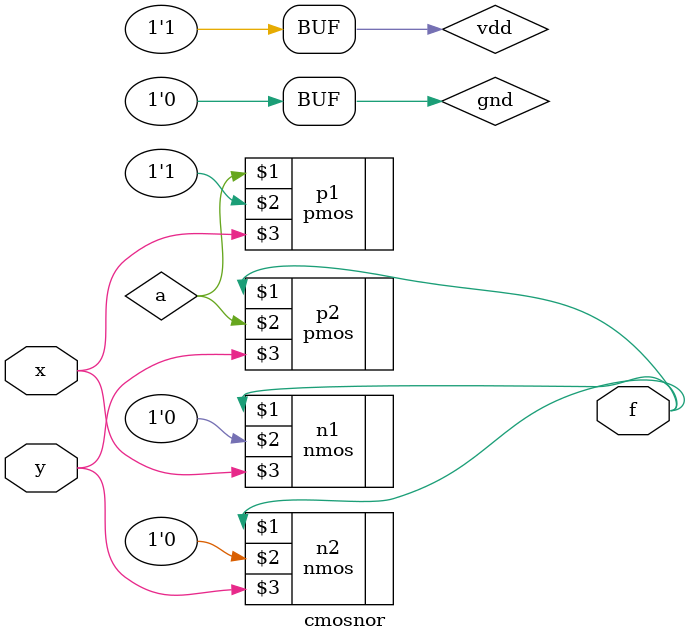
<source format=v>
`timescale 1ns / 1ps

module cmosnor(x, y, f);
input x, y;
output f;
supply1 vdd;
supply0 gnd;
wire a;
pmos p1 (a, vdd, x); //pmos [instance name] (output, input, control)
pmos p2 (f, a, y);
nmos n1 (f, gnd, x); //nmos [instance name] (output, input, control)
nmos n2 (f, gnd, y);
endmodule



</source>
